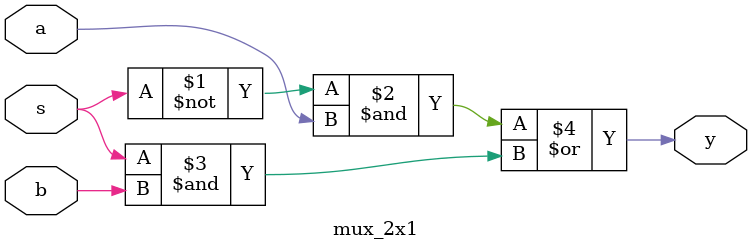
<source format=v>
`timescale 1ns / 1ps
`timescale 1ns/1ps

module mux_2x1(
    input a,b,s,
    output y
    );
assign y=((~s)&a) | (s&b);
endmodule

</source>
